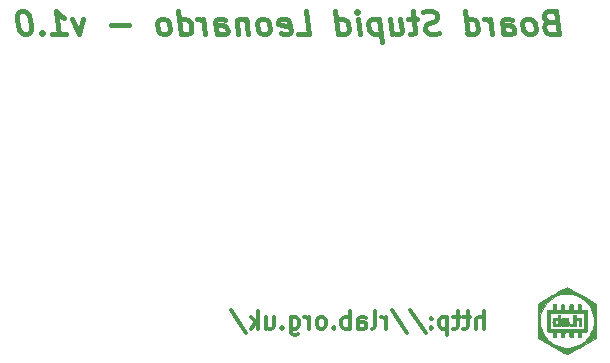
<source format=gbo>
G04 #@! TF.FileFunction,Legend,Bot*
%FSLAX46Y46*%
G04 Gerber Fmt 4.6, Leading zero omitted, Abs format (unit mm)*
G04 Created by KiCad (PCBNEW 4.0.7) date 10/12/17 20:03:31*
%MOMM*%
%LPD*%
G01*
G04 APERTURE LIST*
%ADD10C,0.100000*%
%ADD11C,0.400000*%
%ADD12C,0.300000*%
%ADD13C,0.010000*%
G04 APERTURE END LIST*
D10*
D11*
X127281002Y-88249143D02*
X127007193Y-88344381D01*
X126923858Y-88439619D01*
X126852430Y-88630095D01*
X126888144Y-88915810D01*
X127007192Y-89106286D01*
X127114335Y-89201524D01*
X127316716Y-89296762D01*
X128078621Y-89296762D01*
X127828621Y-87296762D01*
X127161954Y-87296762D01*
X126983383Y-87392000D01*
X126900050Y-87487238D01*
X126828620Y-87677714D01*
X126852430Y-87868190D01*
X126971478Y-88058667D01*
X127078621Y-88153905D01*
X127281002Y-88249143D01*
X127947669Y-88249143D01*
X125792906Y-89296762D02*
X125971477Y-89201524D01*
X126054812Y-89106286D01*
X126126240Y-88915810D01*
X126054812Y-88344381D01*
X125935764Y-88153905D01*
X125828620Y-88058667D01*
X125626240Y-87963429D01*
X125340526Y-87963429D01*
X125161954Y-88058667D01*
X125078621Y-88153905D01*
X125007193Y-88344381D01*
X125078621Y-88915810D01*
X125197669Y-89106286D01*
X125304811Y-89201524D01*
X125507192Y-89296762D01*
X125792906Y-89296762D01*
X123411954Y-89296762D02*
X123281002Y-88249143D01*
X123352430Y-88058667D01*
X123531002Y-87963429D01*
X123911954Y-87963429D01*
X124114335Y-88058667D01*
X123400049Y-89201524D02*
X123602430Y-89296762D01*
X124078620Y-89296762D01*
X124257192Y-89201524D01*
X124328621Y-89011048D01*
X124304811Y-88820571D01*
X124185764Y-88630095D01*
X123983382Y-88534857D01*
X123507192Y-88534857D01*
X123304811Y-88439619D01*
X122459573Y-89296762D02*
X122292907Y-87963429D01*
X122340526Y-88344381D02*
X122221477Y-88153905D01*
X122114334Y-88058667D01*
X121911954Y-87963429D01*
X121721478Y-87963429D01*
X120364335Y-89296762D02*
X120114335Y-87296762D01*
X120352430Y-89201524D02*
X120554811Y-89296762D01*
X120935763Y-89296762D01*
X121114334Y-89201524D01*
X121197669Y-89106286D01*
X121269097Y-88915810D01*
X121197669Y-88344381D01*
X121078621Y-88153905D01*
X120971477Y-88058667D01*
X120769097Y-87963429D01*
X120388145Y-87963429D01*
X120209573Y-88058667D01*
X117971477Y-89201524D02*
X117697667Y-89296762D01*
X117221477Y-89296762D01*
X117019096Y-89201524D01*
X116911954Y-89106286D01*
X116792905Y-88915810D01*
X116769096Y-88725333D01*
X116840525Y-88534857D01*
X116923858Y-88439619D01*
X117102430Y-88344381D01*
X117471477Y-88249143D01*
X117650048Y-88153905D01*
X117733382Y-88058667D01*
X117804811Y-87868190D01*
X117781001Y-87677714D01*
X117661954Y-87487238D01*
X117554810Y-87392000D01*
X117352429Y-87296762D01*
X116876239Y-87296762D01*
X116602429Y-87392000D01*
X116102430Y-87963429D02*
X115340525Y-87963429D01*
X115733382Y-87296762D02*
X115947668Y-89011048D01*
X115876238Y-89201524D01*
X115697667Y-89296762D01*
X115507191Y-89296762D01*
X113816716Y-87963429D02*
X113983382Y-89296762D01*
X114673859Y-87963429D02*
X114804811Y-89011048D01*
X114733381Y-89201524D01*
X114554810Y-89296762D01*
X114269096Y-89296762D01*
X114066715Y-89201524D01*
X113959573Y-89106286D01*
X112864335Y-87963429D02*
X113114335Y-89963429D01*
X112876239Y-88058667D02*
X112673858Y-87963429D01*
X112292906Y-87963429D01*
X112114334Y-88058667D01*
X112031001Y-88153905D01*
X111959573Y-88344381D01*
X112031001Y-88915810D01*
X112150049Y-89106286D01*
X112257191Y-89201524D01*
X112459572Y-89296762D01*
X112840524Y-89296762D01*
X113019096Y-89201524D01*
X111221477Y-89296762D02*
X111054811Y-87963429D01*
X110971477Y-87296762D02*
X111078620Y-87392000D01*
X110995287Y-87487238D01*
X110888143Y-87392000D01*
X110971477Y-87296762D01*
X110995287Y-87487238D01*
X109411953Y-89296762D02*
X109161953Y-87296762D01*
X109400048Y-89201524D02*
X109602429Y-89296762D01*
X109983381Y-89296762D01*
X110161952Y-89201524D01*
X110245287Y-89106286D01*
X110316715Y-88915810D01*
X110245287Y-88344381D01*
X110126239Y-88153905D01*
X110019095Y-88058667D01*
X109816715Y-87963429D01*
X109435763Y-87963429D01*
X109257191Y-88058667D01*
X105983381Y-89296762D02*
X106935762Y-89296762D01*
X106685762Y-87296762D01*
X104542904Y-89201524D02*
X104745285Y-89296762D01*
X105126237Y-89296762D01*
X105304809Y-89201524D01*
X105376238Y-89011048D01*
X105281000Y-88249143D01*
X105161952Y-88058667D01*
X104959571Y-87963429D01*
X104578619Y-87963429D01*
X104400047Y-88058667D01*
X104328619Y-88249143D01*
X104352428Y-88439619D01*
X105328619Y-88630095D01*
X103316713Y-89296762D02*
X103495284Y-89201524D01*
X103578619Y-89106286D01*
X103650047Y-88915810D01*
X103578619Y-88344381D01*
X103459571Y-88153905D01*
X103352427Y-88058667D01*
X103150047Y-87963429D01*
X102864333Y-87963429D01*
X102685761Y-88058667D01*
X102602428Y-88153905D01*
X102531000Y-88344381D01*
X102602428Y-88915810D01*
X102721476Y-89106286D01*
X102828618Y-89201524D01*
X103030999Y-89296762D01*
X103316713Y-89296762D01*
X101626238Y-87963429D02*
X101792904Y-89296762D01*
X101650047Y-88153905D02*
X101542903Y-88058667D01*
X101340523Y-87963429D01*
X101054809Y-87963429D01*
X100876237Y-88058667D01*
X100804809Y-88249143D01*
X100935761Y-89296762D01*
X99126237Y-89296762D02*
X98995285Y-88249143D01*
X99066713Y-88058667D01*
X99245285Y-87963429D01*
X99626237Y-87963429D01*
X99828618Y-88058667D01*
X99114332Y-89201524D02*
X99316713Y-89296762D01*
X99792903Y-89296762D01*
X99971475Y-89201524D01*
X100042904Y-89011048D01*
X100019094Y-88820571D01*
X99900047Y-88630095D01*
X99697665Y-88534857D01*
X99221475Y-88534857D01*
X99019094Y-88439619D01*
X98173856Y-89296762D02*
X98007190Y-87963429D01*
X98054809Y-88344381D02*
X97935760Y-88153905D01*
X97828617Y-88058667D01*
X97626237Y-87963429D01*
X97435761Y-87963429D01*
X96078618Y-89296762D02*
X95828618Y-87296762D01*
X96066713Y-89201524D02*
X96269094Y-89296762D01*
X96650046Y-89296762D01*
X96828617Y-89201524D01*
X96911952Y-89106286D01*
X96983380Y-88915810D01*
X96911952Y-88344381D01*
X96792904Y-88153905D01*
X96685760Y-88058667D01*
X96483380Y-87963429D01*
X96102428Y-87963429D01*
X95923856Y-88058667D01*
X94840522Y-89296762D02*
X95019093Y-89201524D01*
X95102428Y-89106286D01*
X95173856Y-88915810D01*
X95102428Y-88344381D01*
X94983380Y-88153905D01*
X94876236Y-88058667D01*
X94673856Y-87963429D01*
X94388142Y-87963429D01*
X94209570Y-88058667D01*
X94126237Y-88153905D01*
X94054809Y-88344381D01*
X94126237Y-88915810D01*
X94245285Y-89106286D01*
X94352427Y-89201524D01*
X94554808Y-89296762D01*
X94840522Y-89296762D01*
X91697665Y-88534857D02*
X90173855Y-88534857D01*
X87816713Y-87963429D02*
X87507188Y-89296762D01*
X86864332Y-87963429D01*
X85221473Y-89296762D02*
X86364331Y-89296762D01*
X85792902Y-89296762D02*
X85542902Y-87296762D01*
X85769092Y-87582476D01*
X85983378Y-87772952D01*
X86185760Y-87868190D01*
X84340522Y-89106286D02*
X84257187Y-89201524D01*
X84364331Y-89296762D01*
X84447664Y-89201524D01*
X84340522Y-89106286D01*
X84364331Y-89296762D01*
X82780997Y-87296762D02*
X82590521Y-87296762D01*
X82411950Y-87392000D01*
X82328617Y-87487238D01*
X82257188Y-87677714D01*
X82209568Y-88058667D01*
X82269092Y-88534857D01*
X82411950Y-88915810D01*
X82530998Y-89106286D01*
X82638140Y-89201524D01*
X82840521Y-89296762D01*
X83030997Y-89296762D01*
X83209568Y-89201524D01*
X83292902Y-89106286D01*
X83364331Y-88915810D01*
X83411950Y-88534857D01*
X83352426Y-88058667D01*
X83209569Y-87677714D01*
X83090521Y-87487238D01*
X82983378Y-87392000D01*
X82780997Y-87296762D01*
D12*
X121732144Y-114216571D02*
X121732144Y-112716571D01*
X121089287Y-114216571D02*
X121089287Y-113430857D01*
X121160716Y-113288000D01*
X121303573Y-113216571D01*
X121517858Y-113216571D01*
X121660716Y-113288000D01*
X121732144Y-113359429D01*
X120589287Y-113216571D02*
X120017858Y-113216571D01*
X120375001Y-112716571D02*
X120375001Y-114002286D01*
X120303573Y-114145143D01*
X120160715Y-114216571D01*
X120017858Y-114216571D01*
X119732144Y-113216571D02*
X119160715Y-113216571D01*
X119517858Y-112716571D02*
X119517858Y-114002286D01*
X119446430Y-114145143D01*
X119303572Y-114216571D01*
X119160715Y-114216571D01*
X118660715Y-113216571D02*
X118660715Y-114716571D01*
X118660715Y-113288000D02*
X118517858Y-113216571D01*
X118232144Y-113216571D01*
X118089287Y-113288000D01*
X118017858Y-113359429D01*
X117946429Y-113502286D01*
X117946429Y-113930857D01*
X118017858Y-114073714D01*
X118089287Y-114145143D01*
X118232144Y-114216571D01*
X118517858Y-114216571D01*
X118660715Y-114145143D01*
X117303572Y-114073714D02*
X117232144Y-114145143D01*
X117303572Y-114216571D01*
X117375001Y-114145143D01*
X117303572Y-114073714D01*
X117303572Y-114216571D01*
X117303572Y-113288000D02*
X117232144Y-113359429D01*
X117303572Y-113430857D01*
X117375001Y-113359429D01*
X117303572Y-113288000D01*
X117303572Y-113430857D01*
X115517858Y-112645143D02*
X116803572Y-114573714D01*
X113946429Y-112645143D02*
X115232143Y-114573714D01*
X113446428Y-114216571D02*
X113446428Y-113216571D01*
X113446428Y-113502286D02*
X113375000Y-113359429D01*
X113303571Y-113288000D01*
X113160714Y-113216571D01*
X113017857Y-113216571D01*
X112303571Y-114216571D02*
X112446429Y-114145143D01*
X112517857Y-114002286D01*
X112517857Y-112716571D01*
X111089286Y-114216571D02*
X111089286Y-113430857D01*
X111160715Y-113288000D01*
X111303572Y-113216571D01*
X111589286Y-113216571D01*
X111732143Y-113288000D01*
X111089286Y-114145143D02*
X111232143Y-114216571D01*
X111589286Y-114216571D01*
X111732143Y-114145143D01*
X111803572Y-114002286D01*
X111803572Y-113859429D01*
X111732143Y-113716571D01*
X111589286Y-113645143D01*
X111232143Y-113645143D01*
X111089286Y-113573714D01*
X110375000Y-114216571D02*
X110375000Y-112716571D01*
X110375000Y-113288000D02*
X110232143Y-113216571D01*
X109946429Y-113216571D01*
X109803572Y-113288000D01*
X109732143Y-113359429D01*
X109660714Y-113502286D01*
X109660714Y-113930857D01*
X109732143Y-114073714D01*
X109803572Y-114145143D01*
X109946429Y-114216571D01*
X110232143Y-114216571D01*
X110375000Y-114145143D01*
X109017857Y-114073714D02*
X108946429Y-114145143D01*
X109017857Y-114216571D01*
X109089286Y-114145143D01*
X109017857Y-114073714D01*
X109017857Y-114216571D01*
X108089285Y-114216571D02*
X108232143Y-114145143D01*
X108303571Y-114073714D01*
X108375000Y-113930857D01*
X108375000Y-113502286D01*
X108303571Y-113359429D01*
X108232143Y-113288000D01*
X108089285Y-113216571D01*
X107875000Y-113216571D01*
X107732143Y-113288000D01*
X107660714Y-113359429D01*
X107589285Y-113502286D01*
X107589285Y-113930857D01*
X107660714Y-114073714D01*
X107732143Y-114145143D01*
X107875000Y-114216571D01*
X108089285Y-114216571D01*
X106946428Y-114216571D02*
X106946428Y-113216571D01*
X106946428Y-113502286D02*
X106875000Y-113359429D01*
X106803571Y-113288000D01*
X106660714Y-113216571D01*
X106517857Y-113216571D01*
X105375000Y-113216571D02*
X105375000Y-114430857D01*
X105446429Y-114573714D01*
X105517857Y-114645143D01*
X105660714Y-114716571D01*
X105875000Y-114716571D01*
X106017857Y-114645143D01*
X105375000Y-114145143D02*
X105517857Y-114216571D01*
X105803571Y-114216571D01*
X105946429Y-114145143D01*
X106017857Y-114073714D01*
X106089286Y-113930857D01*
X106089286Y-113502286D01*
X106017857Y-113359429D01*
X105946429Y-113288000D01*
X105803571Y-113216571D01*
X105517857Y-113216571D01*
X105375000Y-113288000D01*
X104660714Y-114073714D02*
X104589286Y-114145143D01*
X104660714Y-114216571D01*
X104732143Y-114145143D01*
X104660714Y-114073714D01*
X104660714Y-114216571D01*
X103303571Y-113216571D02*
X103303571Y-114216571D01*
X103946428Y-113216571D02*
X103946428Y-114002286D01*
X103875000Y-114145143D01*
X103732142Y-114216571D01*
X103517857Y-114216571D01*
X103375000Y-114145143D01*
X103303571Y-114073714D01*
X102589285Y-114216571D02*
X102589285Y-112716571D01*
X102446428Y-113645143D02*
X102017857Y-114216571D01*
X102017857Y-113216571D02*
X102589285Y-113788000D01*
X100303571Y-112645143D02*
X101589285Y-114573714D01*
D13*
G36*
X128757782Y-110705884D02*
X128711726Y-110728976D01*
X128641376Y-110766405D01*
X128548279Y-110817304D01*
X128433980Y-110880810D01*
X128300025Y-110956056D01*
X128147958Y-111042177D01*
X127979327Y-111138308D01*
X127795676Y-111243582D01*
X127598551Y-111357134D01*
X127523875Y-111400283D01*
X126309438Y-112102573D01*
X126309438Y-114973426D01*
X127523875Y-115675716D01*
X127725514Y-115792062D01*
X127914241Y-115900445D01*
X128088509Y-115999998D01*
X128246774Y-116089857D01*
X128387490Y-116169155D01*
X128509112Y-116237028D01*
X128610093Y-116292609D01*
X128688888Y-116335034D01*
X128743952Y-116363436D01*
X128773739Y-116376951D01*
X128778000Y-116378005D01*
X128798219Y-116370115D01*
X128844275Y-116347023D01*
X128914625Y-116309594D01*
X129007722Y-116258695D01*
X129122021Y-116195189D01*
X129255976Y-116119943D01*
X129408043Y-116033822D01*
X129576674Y-115937691D01*
X129760325Y-115832417D01*
X129957450Y-115718865D01*
X130032125Y-115675716D01*
X131246563Y-114973426D01*
X131246563Y-113551928D01*
X131056176Y-113551928D01*
X131050950Y-113716922D01*
X131036766Y-113870602D01*
X131018100Y-113982500D01*
X130949073Y-114243601D01*
X130856824Y-114484389D01*
X130739808Y-114707751D01*
X130596482Y-114916572D01*
X130425300Y-115113738D01*
X130397304Y-115142306D01*
X130193513Y-115326042D01*
X129976175Y-115481069D01*
X129745078Y-115607492D01*
X129500007Y-115705414D01*
X129240749Y-115774941D01*
X129044227Y-115807597D01*
X128935826Y-115816088D01*
X128807034Y-115817982D01*
X128668413Y-115813743D01*
X128530527Y-115803836D01*
X128403940Y-115788722D01*
X128333077Y-115776398D01*
X128073762Y-115709671D01*
X127833131Y-115618043D01*
X127608544Y-115500093D01*
X127397359Y-115354404D01*
X127196933Y-115179555D01*
X127166454Y-115149546D01*
X126990591Y-114955262D01*
X126843164Y-114751501D01*
X126722297Y-114534780D01*
X126626113Y-114301614D01*
X126552736Y-114048520D01*
X126537901Y-113982500D01*
X126516250Y-113846226D01*
X126503558Y-113689935D01*
X126499825Y-113524071D01*
X126505051Y-113359077D01*
X126519235Y-113205397D01*
X126537901Y-113093500D01*
X126605930Y-112834944D01*
X126696303Y-112597178D01*
X126810896Y-112376717D01*
X126951584Y-112170077D01*
X127120245Y-111973775D01*
X127166454Y-111926453D01*
X127360738Y-111750590D01*
X127564499Y-111603163D01*
X127781220Y-111482296D01*
X128014386Y-111386112D01*
X128267480Y-111312735D01*
X128333500Y-111297900D01*
X128469774Y-111276249D01*
X128626065Y-111263557D01*
X128791929Y-111259824D01*
X128956923Y-111265050D01*
X129110603Y-111279234D01*
X129222500Y-111297900D01*
X129481056Y-111365929D01*
X129718822Y-111456302D01*
X129939283Y-111570895D01*
X130145923Y-111711583D01*
X130342225Y-111880244D01*
X130389547Y-111926453D01*
X130565410Y-112120737D01*
X130712837Y-112324498D01*
X130833704Y-112541219D01*
X130929888Y-112774385D01*
X131003265Y-113027479D01*
X131018100Y-113093500D01*
X131039751Y-113229773D01*
X131052443Y-113386064D01*
X131056176Y-113551928D01*
X131246563Y-113551928D01*
X131246563Y-112102573D01*
X130032125Y-111400283D01*
X129830487Y-111283937D01*
X129641760Y-111175554D01*
X129467492Y-111076001D01*
X129309227Y-110986142D01*
X129168511Y-110906844D01*
X129046889Y-110838971D01*
X128945908Y-110783390D01*
X128867113Y-110740965D01*
X128812049Y-110712563D01*
X128782262Y-110699048D01*
X128778000Y-110697994D01*
X128757782Y-110705884D01*
X128757782Y-110705884D01*
G37*
X128757782Y-110705884D02*
X128711726Y-110728976D01*
X128641376Y-110766405D01*
X128548279Y-110817304D01*
X128433980Y-110880810D01*
X128300025Y-110956056D01*
X128147958Y-111042177D01*
X127979327Y-111138308D01*
X127795676Y-111243582D01*
X127598551Y-111357134D01*
X127523875Y-111400283D01*
X126309438Y-112102573D01*
X126309438Y-114973426D01*
X127523875Y-115675716D01*
X127725514Y-115792062D01*
X127914241Y-115900445D01*
X128088509Y-115999998D01*
X128246774Y-116089857D01*
X128387490Y-116169155D01*
X128509112Y-116237028D01*
X128610093Y-116292609D01*
X128688888Y-116335034D01*
X128743952Y-116363436D01*
X128773739Y-116376951D01*
X128778000Y-116378005D01*
X128798219Y-116370115D01*
X128844275Y-116347023D01*
X128914625Y-116309594D01*
X129007722Y-116258695D01*
X129122021Y-116195189D01*
X129255976Y-116119943D01*
X129408043Y-116033822D01*
X129576674Y-115937691D01*
X129760325Y-115832417D01*
X129957450Y-115718865D01*
X130032125Y-115675716D01*
X131246563Y-114973426D01*
X131246563Y-113551928D01*
X131056176Y-113551928D01*
X131050950Y-113716922D01*
X131036766Y-113870602D01*
X131018100Y-113982500D01*
X130949073Y-114243601D01*
X130856824Y-114484389D01*
X130739808Y-114707751D01*
X130596482Y-114916572D01*
X130425300Y-115113738D01*
X130397304Y-115142306D01*
X130193513Y-115326042D01*
X129976175Y-115481069D01*
X129745078Y-115607492D01*
X129500007Y-115705414D01*
X129240749Y-115774941D01*
X129044227Y-115807597D01*
X128935826Y-115816088D01*
X128807034Y-115817982D01*
X128668413Y-115813743D01*
X128530527Y-115803836D01*
X128403940Y-115788722D01*
X128333077Y-115776398D01*
X128073762Y-115709671D01*
X127833131Y-115618043D01*
X127608544Y-115500093D01*
X127397359Y-115354404D01*
X127196933Y-115179555D01*
X127166454Y-115149546D01*
X126990591Y-114955262D01*
X126843164Y-114751501D01*
X126722297Y-114534780D01*
X126626113Y-114301614D01*
X126552736Y-114048520D01*
X126537901Y-113982500D01*
X126516250Y-113846226D01*
X126503558Y-113689935D01*
X126499825Y-113524071D01*
X126505051Y-113359077D01*
X126519235Y-113205397D01*
X126537901Y-113093500D01*
X126605930Y-112834944D01*
X126696303Y-112597178D01*
X126810896Y-112376717D01*
X126951584Y-112170077D01*
X127120245Y-111973775D01*
X127166454Y-111926453D01*
X127360738Y-111750590D01*
X127564499Y-111603163D01*
X127781220Y-111482296D01*
X128014386Y-111386112D01*
X128267480Y-111312735D01*
X128333500Y-111297900D01*
X128469774Y-111276249D01*
X128626065Y-111263557D01*
X128791929Y-111259824D01*
X128956923Y-111265050D01*
X129110603Y-111279234D01*
X129222500Y-111297900D01*
X129481056Y-111365929D01*
X129718822Y-111456302D01*
X129939283Y-111570895D01*
X130145923Y-111711583D01*
X130342225Y-111880244D01*
X130389547Y-111926453D01*
X130565410Y-112120737D01*
X130712837Y-112324498D01*
X130833704Y-112541219D01*
X130929888Y-112774385D01*
X131003265Y-113027479D01*
X131018100Y-113093500D01*
X131039751Y-113229773D01*
X131052443Y-113386064D01*
X131056176Y-113551928D01*
X131246563Y-113551928D01*
X131246563Y-112102573D01*
X130032125Y-111400283D01*
X129830487Y-111283937D01*
X129641760Y-111175554D01*
X129467492Y-111076001D01*
X129309227Y-110986142D01*
X129168511Y-110906844D01*
X129046889Y-110838971D01*
X128945908Y-110783390D01*
X128867113Y-110740965D01*
X128812049Y-110712563D01*
X128782262Y-110699048D01*
X128778000Y-110697994D01*
X128757782Y-110705884D01*
G36*
X129072989Y-112128053D02*
X129040132Y-112139323D01*
X129017246Y-112163423D01*
X129002345Y-112204597D01*
X128993440Y-112267091D01*
X128988545Y-112355148D01*
X128987114Y-112404552D01*
X128981916Y-112617249D01*
X128776771Y-112617250D01*
X128571625Y-112617250D01*
X128571625Y-112410153D01*
X128571332Y-112325199D01*
X128569809Y-112265906D01*
X128566093Y-112226185D01*
X128559219Y-112199948D01*
X128548223Y-112181106D01*
X128532660Y-112164090D01*
X128481269Y-112133297D01*
X128419146Y-112125557D01*
X128357860Y-112141321D01*
X128333500Y-112156308D01*
X128317539Y-112169956D01*
X128306370Y-112185973D01*
X128298946Y-112210066D01*
X128294217Y-112247942D01*
X128291136Y-112305309D01*
X128288653Y-112387875D01*
X128288276Y-112402480D01*
X128282738Y-112618175D01*
X128081901Y-112613743D01*
X127881063Y-112609312D01*
X127876639Y-112399762D01*
X127874598Y-112314540D01*
X127871962Y-112255207D01*
X127867625Y-112215905D01*
X127860478Y-112190780D01*
X127849413Y-112173973D01*
X127833323Y-112159628D01*
X127830842Y-112157669D01*
X127775583Y-112130561D01*
X127715015Y-112125961D01*
X127660369Y-112143655D01*
X127638268Y-112161334D01*
X127624096Y-112179257D01*
X127614237Y-112201617D01*
X127607730Y-112234467D01*
X127603612Y-112283860D01*
X127600920Y-112355850D01*
X127599782Y-112403428D01*
X127595313Y-112609312D01*
X127377836Y-112613724D01*
X127290810Y-112615707D01*
X127229813Y-112618218D01*
X127189131Y-112622305D01*
X127163046Y-112629014D01*
X127145842Y-112639392D01*
X127131805Y-112654487D01*
X127127804Y-112659521D01*
X127120665Y-112669351D01*
X127114654Y-112680932D01*
X127109674Y-112696903D01*
X127105628Y-112719902D01*
X127102419Y-112752567D01*
X127099950Y-112797538D01*
X127098124Y-112857451D01*
X127096845Y-112934947D01*
X127096015Y-113032662D01*
X127095538Y-113153237D01*
X127095316Y-113299308D01*
X127095253Y-113473515D01*
X127095251Y-113545617D01*
X127095272Y-113730784D01*
X127095403Y-113886805D01*
X127095743Y-114016284D01*
X127096390Y-114121824D01*
X127097444Y-114206029D01*
X127099005Y-114271503D01*
X127101171Y-114320850D01*
X127104042Y-114356673D01*
X127107717Y-114381577D01*
X127112296Y-114398165D01*
X127117876Y-114409042D01*
X127124558Y-114416810D01*
X127128595Y-114420570D01*
X127146749Y-114433211D01*
X127172650Y-114442390D01*
X127211946Y-114448972D01*
X127270283Y-114453818D01*
X127353309Y-114457790D01*
X127378627Y-114458750D01*
X127595313Y-114466687D01*
X127599737Y-114676237D01*
X127601778Y-114761459D01*
X127604414Y-114820792D01*
X127608751Y-114860094D01*
X127615898Y-114885219D01*
X127626963Y-114902026D01*
X127643053Y-114916371D01*
X127645534Y-114918330D01*
X127698463Y-114944507D01*
X127757227Y-114950487D01*
X127810196Y-114936322D01*
X127834946Y-114917532D01*
X127847833Y-114898913D01*
X127857143Y-114872238D01*
X127863786Y-114831736D01*
X127868672Y-114771636D01*
X127872712Y-114686166D01*
X127873125Y-114675438D01*
X127881063Y-114466687D01*
X128285875Y-114457801D01*
X128285875Y-114653180D01*
X128286729Y-114740981D01*
X128289749Y-114803102D01*
X128295628Y-114845582D01*
X128305056Y-114874458D01*
X128312737Y-114887811D01*
X128342518Y-114925602D01*
X128372793Y-114944221D01*
X128416738Y-114950264D01*
X128438196Y-114950631D01*
X128483012Y-114947946D01*
X128515869Y-114936676D01*
X128538755Y-114912576D01*
X128553656Y-114871402D01*
X128562561Y-114808908D01*
X128567456Y-114720851D01*
X128568887Y-114671447D01*
X128574085Y-114458750D01*
X128984375Y-114458750D01*
X128984375Y-114665846D01*
X128984669Y-114750800D01*
X128986192Y-114810093D01*
X128989908Y-114849814D01*
X128996782Y-114876051D01*
X129007778Y-114894893D01*
X129023341Y-114911909D01*
X129074732Y-114942702D01*
X129136855Y-114950442D01*
X129198141Y-114934678D01*
X129222500Y-114919691D01*
X129238462Y-114906043D01*
X129249631Y-114890026D01*
X129257055Y-114865933D01*
X129261784Y-114828057D01*
X129264865Y-114770690D01*
X129267348Y-114688124D01*
X129267725Y-114673519D01*
X129273263Y-114457824D01*
X129474100Y-114462256D01*
X129674938Y-114466687D01*
X129679362Y-114676237D01*
X129681403Y-114761459D01*
X129684039Y-114820792D01*
X129688376Y-114860094D01*
X129695523Y-114885219D01*
X129706588Y-114902026D01*
X129722678Y-114916371D01*
X129725159Y-114918330D01*
X129780418Y-114945438D01*
X129840986Y-114950038D01*
X129895632Y-114932344D01*
X129917733Y-114914665D01*
X129931905Y-114896742D01*
X129941764Y-114874382D01*
X129948271Y-114841532D01*
X129952389Y-114792139D01*
X129955081Y-114720149D01*
X129956219Y-114672571D01*
X129960688Y-114466687D01*
X130178165Y-114462275D01*
X130265191Y-114460292D01*
X130326188Y-114457781D01*
X130366870Y-114453694D01*
X130392955Y-114446985D01*
X130410159Y-114436607D01*
X130424196Y-114421512D01*
X130428197Y-114416478D01*
X130435336Y-114406648D01*
X130441347Y-114395067D01*
X130446327Y-114379096D01*
X130450373Y-114356097D01*
X130453582Y-114323432D01*
X130456051Y-114278461D01*
X130457877Y-114218548D01*
X130459156Y-114141052D01*
X130459986Y-114043337D01*
X130460463Y-113922762D01*
X130460685Y-113776691D01*
X130460748Y-113602484D01*
X130460750Y-113530382D01*
X130460729Y-113345215D01*
X130460598Y-113189194D01*
X130460258Y-113059715D01*
X130459611Y-112954175D01*
X130458557Y-112869970D01*
X130458210Y-112855375D01*
X130222625Y-112855375D01*
X130222625Y-114220625D01*
X127333375Y-114220625D01*
X127333375Y-112855375D01*
X130222625Y-112855375D01*
X130458210Y-112855375D01*
X130456996Y-112804496D01*
X130454830Y-112755149D01*
X130451959Y-112719326D01*
X130448284Y-112694422D01*
X130443705Y-112677834D01*
X130438125Y-112666957D01*
X130431443Y-112659189D01*
X130427406Y-112655429D01*
X130409252Y-112642788D01*
X130383351Y-112633609D01*
X130344055Y-112627027D01*
X130285718Y-112622181D01*
X130202692Y-112618209D01*
X130177374Y-112617250D01*
X129960688Y-112609312D01*
X129956264Y-112399762D01*
X129954223Y-112314540D01*
X129951587Y-112255207D01*
X129947250Y-112215905D01*
X129940103Y-112190780D01*
X129929038Y-112173973D01*
X129912948Y-112159628D01*
X129910467Y-112157669D01*
X129857538Y-112131492D01*
X129798774Y-112125512D01*
X129745805Y-112139677D01*
X129721055Y-112158467D01*
X129708168Y-112177086D01*
X129698858Y-112203761D01*
X129692215Y-112244263D01*
X129687329Y-112304363D01*
X129683289Y-112389833D01*
X129682875Y-112400561D01*
X129674938Y-112609312D01*
X129472532Y-112613755D01*
X129270125Y-112618198D01*
X129270125Y-112422819D01*
X129269272Y-112335018D01*
X129266252Y-112272897D01*
X129260373Y-112230417D01*
X129250945Y-112201541D01*
X129243264Y-112188188D01*
X129213483Y-112150397D01*
X129183208Y-112131778D01*
X129139263Y-112125735D01*
X129117805Y-112125368D01*
X129072989Y-112128053D01*
X129072989Y-112128053D01*
G37*
X129072989Y-112128053D02*
X129040132Y-112139323D01*
X129017246Y-112163423D01*
X129002345Y-112204597D01*
X128993440Y-112267091D01*
X128988545Y-112355148D01*
X128987114Y-112404552D01*
X128981916Y-112617249D01*
X128776771Y-112617250D01*
X128571625Y-112617250D01*
X128571625Y-112410153D01*
X128571332Y-112325199D01*
X128569809Y-112265906D01*
X128566093Y-112226185D01*
X128559219Y-112199948D01*
X128548223Y-112181106D01*
X128532660Y-112164090D01*
X128481269Y-112133297D01*
X128419146Y-112125557D01*
X128357860Y-112141321D01*
X128333500Y-112156308D01*
X128317539Y-112169956D01*
X128306370Y-112185973D01*
X128298946Y-112210066D01*
X128294217Y-112247942D01*
X128291136Y-112305309D01*
X128288653Y-112387875D01*
X128288276Y-112402480D01*
X128282738Y-112618175D01*
X128081901Y-112613743D01*
X127881063Y-112609312D01*
X127876639Y-112399762D01*
X127874598Y-112314540D01*
X127871962Y-112255207D01*
X127867625Y-112215905D01*
X127860478Y-112190780D01*
X127849413Y-112173973D01*
X127833323Y-112159628D01*
X127830842Y-112157669D01*
X127775583Y-112130561D01*
X127715015Y-112125961D01*
X127660369Y-112143655D01*
X127638268Y-112161334D01*
X127624096Y-112179257D01*
X127614237Y-112201617D01*
X127607730Y-112234467D01*
X127603612Y-112283860D01*
X127600920Y-112355850D01*
X127599782Y-112403428D01*
X127595313Y-112609312D01*
X127377836Y-112613724D01*
X127290810Y-112615707D01*
X127229813Y-112618218D01*
X127189131Y-112622305D01*
X127163046Y-112629014D01*
X127145842Y-112639392D01*
X127131805Y-112654487D01*
X127127804Y-112659521D01*
X127120665Y-112669351D01*
X127114654Y-112680932D01*
X127109674Y-112696903D01*
X127105628Y-112719902D01*
X127102419Y-112752567D01*
X127099950Y-112797538D01*
X127098124Y-112857451D01*
X127096845Y-112934947D01*
X127096015Y-113032662D01*
X127095538Y-113153237D01*
X127095316Y-113299308D01*
X127095253Y-113473515D01*
X127095251Y-113545617D01*
X127095272Y-113730784D01*
X127095403Y-113886805D01*
X127095743Y-114016284D01*
X127096390Y-114121824D01*
X127097444Y-114206029D01*
X127099005Y-114271503D01*
X127101171Y-114320850D01*
X127104042Y-114356673D01*
X127107717Y-114381577D01*
X127112296Y-114398165D01*
X127117876Y-114409042D01*
X127124558Y-114416810D01*
X127128595Y-114420570D01*
X127146749Y-114433211D01*
X127172650Y-114442390D01*
X127211946Y-114448972D01*
X127270283Y-114453818D01*
X127353309Y-114457790D01*
X127378627Y-114458750D01*
X127595313Y-114466687D01*
X127599737Y-114676237D01*
X127601778Y-114761459D01*
X127604414Y-114820792D01*
X127608751Y-114860094D01*
X127615898Y-114885219D01*
X127626963Y-114902026D01*
X127643053Y-114916371D01*
X127645534Y-114918330D01*
X127698463Y-114944507D01*
X127757227Y-114950487D01*
X127810196Y-114936322D01*
X127834946Y-114917532D01*
X127847833Y-114898913D01*
X127857143Y-114872238D01*
X127863786Y-114831736D01*
X127868672Y-114771636D01*
X127872712Y-114686166D01*
X127873125Y-114675438D01*
X127881063Y-114466687D01*
X128285875Y-114457801D01*
X128285875Y-114653180D01*
X128286729Y-114740981D01*
X128289749Y-114803102D01*
X128295628Y-114845582D01*
X128305056Y-114874458D01*
X128312737Y-114887811D01*
X128342518Y-114925602D01*
X128372793Y-114944221D01*
X128416738Y-114950264D01*
X128438196Y-114950631D01*
X128483012Y-114947946D01*
X128515869Y-114936676D01*
X128538755Y-114912576D01*
X128553656Y-114871402D01*
X128562561Y-114808908D01*
X128567456Y-114720851D01*
X128568887Y-114671447D01*
X128574085Y-114458750D01*
X128984375Y-114458750D01*
X128984375Y-114665846D01*
X128984669Y-114750800D01*
X128986192Y-114810093D01*
X128989908Y-114849814D01*
X128996782Y-114876051D01*
X129007778Y-114894893D01*
X129023341Y-114911909D01*
X129074732Y-114942702D01*
X129136855Y-114950442D01*
X129198141Y-114934678D01*
X129222500Y-114919691D01*
X129238462Y-114906043D01*
X129249631Y-114890026D01*
X129257055Y-114865933D01*
X129261784Y-114828057D01*
X129264865Y-114770690D01*
X129267348Y-114688124D01*
X129267725Y-114673519D01*
X129273263Y-114457824D01*
X129474100Y-114462256D01*
X129674938Y-114466687D01*
X129679362Y-114676237D01*
X129681403Y-114761459D01*
X129684039Y-114820792D01*
X129688376Y-114860094D01*
X129695523Y-114885219D01*
X129706588Y-114902026D01*
X129722678Y-114916371D01*
X129725159Y-114918330D01*
X129780418Y-114945438D01*
X129840986Y-114950038D01*
X129895632Y-114932344D01*
X129917733Y-114914665D01*
X129931905Y-114896742D01*
X129941764Y-114874382D01*
X129948271Y-114841532D01*
X129952389Y-114792139D01*
X129955081Y-114720149D01*
X129956219Y-114672571D01*
X129960688Y-114466687D01*
X130178165Y-114462275D01*
X130265191Y-114460292D01*
X130326188Y-114457781D01*
X130366870Y-114453694D01*
X130392955Y-114446985D01*
X130410159Y-114436607D01*
X130424196Y-114421512D01*
X130428197Y-114416478D01*
X130435336Y-114406648D01*
X130441347Y-114395067D01*
X130446327Y-114379096D01*
X130450373Y-114356097D01*
X130453582Y-114323432D01*
X130456051Y-114278461D01*
X130457877Y-114218548D01*
X130459156Y-114141052D01*
X130459986Y-114043337D01*
X130460463Y-113922762D01*
X130460685Y-113776691D01*
X130460748Y-113602484D01*
X130460750Y-113530382D01*
X130460729Y-113345215D01*
X130460598Y-113189194D01*
X130460258Y-113059715D01*
X130459611Y-112954175D01*
X130458557Y-112869970D01*
X130458210Y-112855375D01*
X130222625Y-112855375D01*
X130222625Y-114220625D01*
X127333375Y-114220625D01*
X127333375Y-112855375D01*
X130222625Y-112855375D01*
X130458210Y-112855375D01*
X130456996Y-112804496D01*
X130454830Y-112755149D01*
X130451959Y-112719326D01*
X130448284Y-112694422D01*
X130443705Y-112677834D01*
X130438125Y-112666957D01*
X130431443Y-112659189D01*
X130427406Y-112655429D01*
X130409252Y-112642788D01*
X130383351Y-112633609D01*
X130344055Y-112627027D01*
X130285718Y-112622181D01*
X130202692Y-112618209D01*
X130177374Y-112617250D01*
X129960688Y-112609312D01*
X129956264Y-112399762D01*
X129954223Y-112314540D01*
X129951587Y-112255207D01*
X129947250Y-112215905D01*
X129940103Y-112190780D01*
X129929038Y-112173973D01*
X129912948Y-112159628D01*
X129910467Y-112157669D01*
X129857538Y-112131492D01*
X129798774Y-112125512D01*
X129745805Y-112139677D01*
X129721055Y-112158467D01*
X129708168Y-112177086D01*
X129698858Y-112203761D01*
X129692215Y-112244263D01*
X129687329Y-112304363D01*
X129683289Y-112389833D01*
X129682875Y-112400561D01*
X129674938Y-112609312D01*
X129472532Y-112613755D01*
X129270125Y-112618198D01*
X129270125Y-112422819D01*
X129269272Y-112335018D01*
X129266252Y-112272897D01*
X129260373Y-112230417D01*
X129250945Y-112201541D01*
X129243264Y-112188188D01*
X129213483Y-112150397D01*
X129183208Y-112131778D01*
X129139263Y-112125735D01*
X129117805Y-112125368D01*
X129072989Y-112128053D01*
G36*
X129768429Y-113299875D02*
X129619375Y-113299875D01*
X129619375Y-113490375D01*
X129704990Y-113490375D01*
X129760219Y-113493281D01*
X129790423Y-113503105D01*
X129800240Y-113515485D01*
X129803695Y-113539793D01*
X129806602Y-113589404D01*
X129808715Y-113657873D01*
X129809790Y-113738756D01*
X129809875Y-113769485D01*
X129809875Y-113998375D01*
X130002226Y-113998375D01*
X129997332Y-113679442D01*
X129995434Y-113560200D01*
X129992364Y-113468950D01*
X129985866Y-113401952D01*
X129973685Y-113355466D01*
X129953566Y-113325753D01*
X129923254Y-113309073D01*
X129880493Y-113301687D01*
X129823028Y-113299854D01*
X129768429Y-113299875D01*
X129768429Y-113299875D01*
G37*
X129768429Y-113299875D02*
X129619375Y-113299875D01*
X129619375Y-113490375D01*
X129704990Y-113490375D01*
X129760219Y-113493281D01*
X129790423Y-113503105D01*
X129800240Y-113515485D01*
X129803695Y-113539793D01*
X129806602Y-113589404D01*
X129808715Y-113657873D01*
X129809790Y-113738756D01*
X129809875Y-113769485D01*
X129809875Y-113998375D01*
X130002226Y-113998375D01*
X129997332Y-113679442D01*
X129995434Y-113560200D01*
X129992364Y-113468950D01*
X129985866Y-113401952D01*
X129973685Y-113355466D01*
X129953566Y-113325753D01*
X129923254Y-113309073D01*
X129880493Y-113301687D01*
X129823028Y-113299854D01*
X129768429Y-113299875D01*
G36*
X129333625Y-113776125D02*
X129000250Y-113776125D01*
X129000250Y-113998375D01*
X129540000Y-113998375D01*
X129540000Y-113077625D01*
X129333625Y-113077625D01*
X129333625Y-113776125D01*
X129333625Y-113776125D01*
G37*
X129333625Y-113776125D02*
X129000250Y-113776125D01*
X129000250Y-113998375D01*
X129540000Y-113998375D01*
X129540000Y-113077625D01*
X129333625Y-113077625D01*
X129333625Y-113776125D01*
G36*
X128564291Y-113300472D02*
X128486272Y-113302123D01*
X128424314Y-113304611D01*
X128384491Y-113307721D01*
X128373899Y-113309736D01*
X128347735Y-113326083D01*
X128328402Y-113354884D01*
X128315037Y-113400165D01*
X128306772Y-113465952D01*
X128302744Y-113556269D01*
X128301985Y-113644367D01*
X128303687Y-113761638D01*
X128308540Y-113847532D01*
X128316560Y-113902266D01*
X128322242Y-113919000D01*
X128348540Y-113951072D01*
X128392542Y-113973852D01*
X128457981Y-113988313D01*
X128548590Y-113995430D01*
X128619250Y-113996582D01*
X128695422Y-113994774D01*
X128765593Y-113989905D01*
X128819952Y-113982812D01*
X128841500Y-113977635D01*
X128886935Y-113952861D01*
X128913306Y-113910642D01*
X128916011Y-113903125D01*
X128933117Y-113809265D01*
X128730375Y-113809265D01*
X128615282Y-113804601D01*
X128500188Y-113799937D01*
X128500188Y-113704687D01*
X128615282Y-113700023D01*
X128730375Y-113695359D01*
X128730375Y-113809265D01*
X128933117Y-113809265D01*
X128934717Y-113800488D01*
X128924172Y-113693022D01*
X128920048Y-113676931D01*
X128901391Y-113631875D01*
X128871452Y-113600675D01*
X128825454Y-113581486D01*
X128758618Y-113572465D01*
X128666169Y-113571766D01*
X128649016Y-113572292D01*
X128577428Y-113574379D01*
X128531758Y-113574020D01*
X128506207Y-113570211D01*
X128494976Y-113561946D01*
X128492266Y-113548223D01*
X128492235Y-113545143D01*
X128495802Y-113517053D01*
X128509574Y-113497441D01*
X128538203Y-113484849D01*
X128586343Y-113477819D01*
X128658647Y-113474892D01*
X128717675Y-113474500D01*
X128905000Y-113474500D01*
X128905000Y-113299875D01*
X128652299Y-113299875D01*
X128564291Y-113300472D01*
X128564291Y-113300472D01*
G37*
X128564291Y-113300472D02*
X128486272Y-113302123D01*
X128424314Y-113304611D01*
X128384491Y-113307721D01*
X128373899Y-113309736D01*
X128347735Y-113326083D01*
X128328402Y-113354884D01*
X128315037Y-113400165D01*
X128306772Y-113465952D01*
X128302744Y-113556269D01*
X128301985Y-113644367D01*
X128303687Y-113761638D01*
X128308540Y-113847532D01*
X128316560Y-113902266D01*
X128322242Y-113919000D01*
X128348540Y-113951072D01*
X128392542Y-113973852D01*
X128457981Y-113988313D01*
X128548590Y-113995430D01*
X128619250Y-113996582D01*
X128695422Y-113994774D01*
X128765593Y-113989905D01*
X128819952Y-113982812D01*
X128841500Y-113977635D01*
X128886935Y-113952861D01*
X128913306Y-113910642D01*
X128916011Y-113903125D01*
X128933117Y-113809265D01*
X128730375Y-113809265D01*
X128615282Y-113804601D01*
X128500188Y-113799937D01*
X128500188Y-113704687D01*
X128615282Y-113700023D01*
X128730375Y-113695359D01*
X128730375Y-113809265D01*
X128933117Y-113809265D01*
X128934717Y-113800488D01*
X128924172Y-113693022D01*
X128920048Y-113676931D01*
X128901391Y-113631875D01*
X128871452Y-113600675D01*
X128825454Y-113581486D01*
X128758618Y-113572465D01*
X128666169Y-113571766D01*
X128649016Y-113572292D01*
X128577428Y-113574379D01*
X128531758Y-113574020D01*
X128506207Y-113570211D01*
X128494976Y-113561946D01*
X128492266Y-113548223D01*
X128492235Y-113545143D01*
X128495802Y-113517053D01*
X128509574Y-113497441D01*
X128538203Y-113484849D01*
X128586343Y-113477819D01*
X128658647Y-113474892D01*
X128717675Y-113474500D01*
X128905000Y-113474500D01*
X128905000Y-113299875D01*
X128652299Y-113299875D01*
X128564291Y-113300472D01*
G36*
X127984250Y-113299875D02*
X127818861Y-113299875D01*
X127747245Y-113300786D01*
X127685844Y-113303244D01*
X127642679Y-113306835D01*
X127627774Y-113309736D01*
X127602114Y-113325523D01*
X127583028Y-113353129D01*
X127569677Y-113396567D01*
X127561220Y-113459854D01*
X127556817Y-113547002D01*
X127555625Y-113654515D01*
X127556430Y-113759888D01*
X127559956Y-113838130D01*
X127567872Y-113893840D01*
X127581846Y-113931621D01*
X127603545Y-113956072D01*
X127634638Y-113971794D01*
X127674688Y-113982904D01*
X127713907Y-113988335D01*
X127776932Y-113992919D01*
X127855822Y-113996243D01*
X127942637Y-113997894D01*
X127964407Y-113997996D01*
X128190625Y-113998375D01*
X128190625Y-113490375D01*
X127984250Y-113490375D01*
X127984250Y-113792000D01*
X127874824Y-113792000D01*
X127813050Y-113790274D01*
X127776470Y-113784194D01*
X127758666Y-113772408D01*
X127755761Y-113766889D01*
X127750673Y-113738358D01*
X127747181Y-113689575D01*
X127746125Y-113641187D01*
X127747120Y-113571318D01*
X127753486Y-113527252D01*
X127770297Y-113503042D01*
X127802628Y-113492744D01*
X127855552Y-113490410D01*
X127874824Y-113490375D01*
X127984250Y-113490375D01*
X128190625Y-113490375D01*
X128190625Y-113077625D01*
X127984250Y-113077625D01*
X127984250Y-113299875D01*
X127984250Y-113299875D01*
G37*
X127984250Y-113299875D02*
X127818861Y-113299875D01*
X127747245Y-113300786D01*
X127685844Y-113303244D01*
X127642679Y-113306835D01*
X127627774Y-113309736D01*
X127602114Y-113325523D01*
X127583028Y-113353129D01*
X127569677Y-113396567D01*
X127561220Y-113459854D01*
X127556817Y-113547002D01*
X127555625Y-113654515D01*
X127556430Y-113759888D01*
X127559956Y-113838130D01*
X127567872Y-113893840D01*
X127581846Y-113931621D01*
X127603545Y-113956072D01*
X127634638Y-113971794D01*
X127674688Y-113982904D01*
X127713907Y-113988335D01*
X127776932Y-113992919D01*
X127855822Y-113996243D01*
X127942637Y-113997894D01*
X127964407Y-113997996D01*
X128190625Y-113998375D01*
X128190625Y-113490375D01*
X127984250Y-113490375D01*
X127984250Y-113792000D01*
X127874824Y-113792000D01*
X127813050Y-113790274D01*
X127776470Y-113784194D01*
X127758666Y-113772408D01*
X127755761Y-113766889D01*
X127750673Y-113738358D01*
X127747181Y-113689575D01*
X127746125Y-113641187D01*
X127747120Y-113571318D01*
X127753486Y-113527252D01*
X127770297Y-113503042D01*
X127802628Y-113492744D01*
X127855552Y-113490410D01*
X127874824Y-113490375D01*
X127984250Y-113490375D01*
X128190625Y-113490375D01*
X128190625Y-113077625D01*
X127984250Y-113077625D01*
X127984250Y-113299875D01*
M02*

</source>
